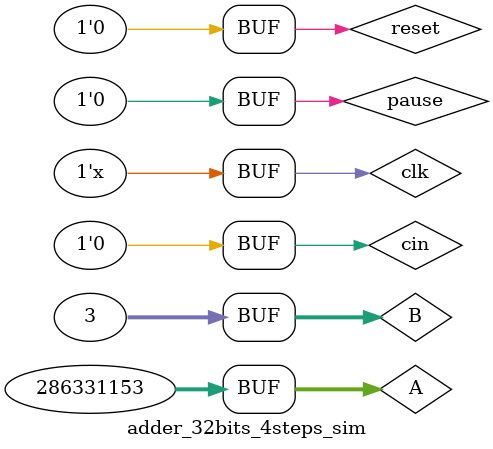
<source format=v>
`timescale 1ns / 1ps


module adder_32bits_4steps_sim();
reg clk,reset,cin,pause;
reg [31:0]A;
reg [31:0]B;
wire [31:0]C;
wire cout;

always #5 clk=~clk;

initial begin
    clk=1'b0;
    reset=1'b0;
    pause=1'b0;
    cin=1'b0;
    A=32'h12345678;
    B=32'h3;
    #80
    A=32'h87654321;
    B=32'h3;
    #20
    pause=1'b1;
    #20
    pause=1'b0;
    A=32'h11111111;
    B=32'h3;
    #30
    reset=1'b1;
    #10
    reset=1'b0;
    
end

adder_32bits_4steps t1(clk,reset,pause,A,B,cin,C,cout);
endmodule

</source>
